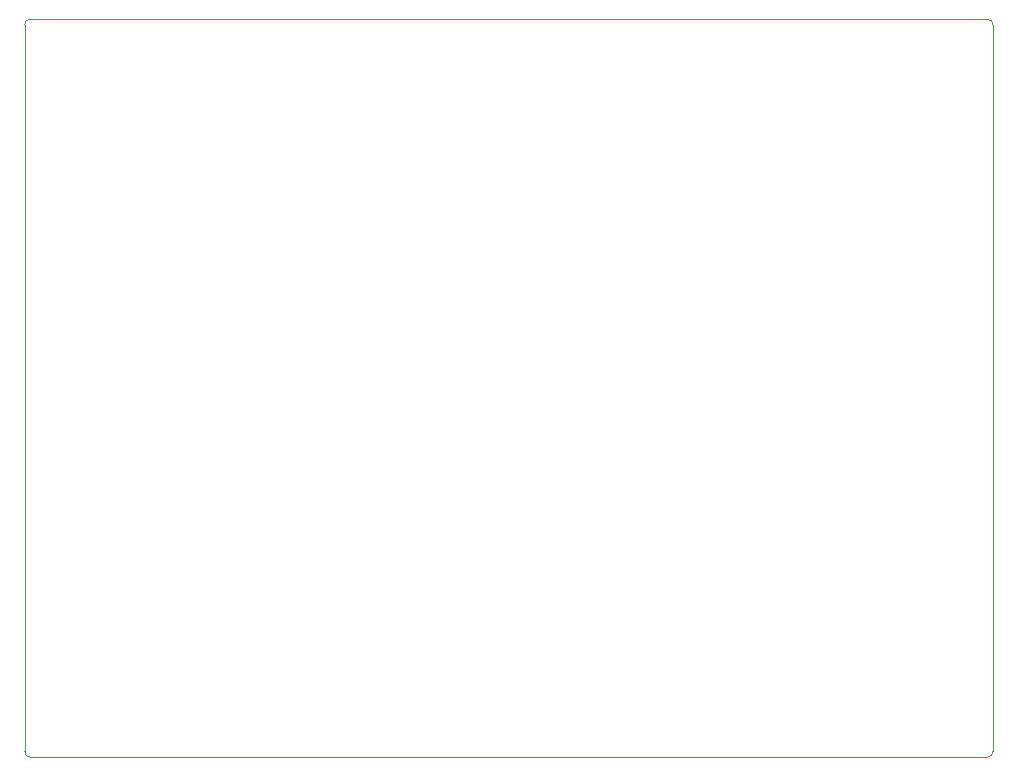
<source format=gbr>
%TF.GenerationSoftware,KiCad,Pcbnew,8.0.3*%
%TF.CreationDate,2024-06-16T11:30:52+03:00*%
%TF.ProjectId,AtmegaPCB,41746d65-6761-4504-9342-2e6b69636164,rev?*%
%TF.SameCoordinates,Original*%
%TF.FileFunction,Profile,NP*%
%FSLAX46Y46*%
G04 Gerber Fmt 4.6, Leading zero omitted, Abs format (unit mm)*
G04 Created by KiCad (PCBNEW 8.0.3) date 2024-06-16 11:30:52*
%MOMM*%
%LPD*%
G01*
G04 APERTURE LIST*
%TA.AperFunction,Profile*%
%ADD10C,0.050000*%
%TD*%
G04 APERTURE END LIST*
D10*
X102500000Y-144500000D02*
G75*
G02*
X102000000Y-144000000I0J500000D01*
G01*
X184000000Y-82500000D02*
X184000000Y-144000000D01*
X183500000Y-144500000D02*
X102500000Y-144500000D01*
X102500000Y-82000000D02*
X183500000Y-82000000D01*
X184000000Y-144000000D02*
G75*
G02*
X183500000Y-144500000I-500000J0D01*
G01*
X102000000Y-82500000D02*
G75*
G02*
X102500000Y-82000000I500000J0D01*
G01*
X183500000Y-82000000D02*
G75*
G02*
X184000000Y-82500000I0J-500000D01*
G01*
X102000000Y-144000000D02*
X102000000Y-82500000D01*
M02*

</source>
